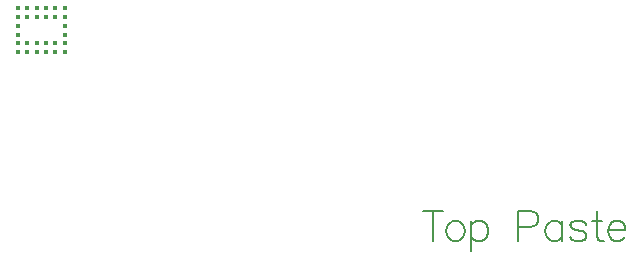
<source format=gtp>
%FSLAX23Y23*%
%MOIN*%
G70*
G01*
G75*
G04 Layer_Color=8421504*
%ADD10C,0.016*%
%ADD11C,0.010*%
%ADD12C,0.020*%
%ADD13C,0.018*%
%ADD14C,0.015*%
%ADD15C,0.100*%
%ADD16C,0.145*%
%ADD17C,0.050*%
%ADD18C,0.070*%
%ADD19C,0.060*%
%ADD20O,0.060X0.061*%
%ADD21C,0.059*%
%ADD22C,0.059*%
%ADD23R,0.059X0.059*%
%ADD24C,0.025*%
%ADD25R,0.051X0.059*%
%ADD26R,0.058X0.039*%
%ADD27R,0.022X0.057*%
%ADD28R,0.022X0.057*%
%ADD29R,0.039X0.058*%
%ADD30R,0.035X0.037*%
%ADD31R,0.035X0.037*%
%ADD32C,0.020*%
%ADD33C,0.025*%
%ADD34C,0.004*%
%ADD35C,0.006*%
%ADD36C,0.005*%
%ADD37C,0.004*%
%ADD38C,0.010*%
%ADD39C,0.008*%
%ADD40C,0.008*%
%ADD41R,0.420X0.140*%
%ADD42R,0.250X0.130*%
%ADD43R,0.170X0.050*%
%ADD44R,0.080X0.080*%
%ADD45R,0.021X0.068*%
D10*
X925Y679D02*
D03*
X956D02*
D03*
X988D02*
D03*
X1019D02*
D03*
X1051D02*
D03*
X1082Y709D02*
D03*
X1051D02*
D03*
X988D02*
D03*
X956D02*
D03*
X925D02*
D03*
X1082Y738D02*
D03*
X925D02*
D03*
X1082Y768D02*
D03*
X925D02*
D03*
X1082Y797D02*
D03*
X1051D02*
D03*
X1019D02*
D03*
X988D02*
D03*
X956D02*
D03*
X925D02*
D03*
X1082Y827D02*
D03*
X1051D02*
D03*
X1019D02*
D03*
X988D02*
D03*
X956D02*
D03*
X925D02*
D03*
X1082Y679D02*
D03*
X1019Y709D02*
D03*
D35*
X2308Y150D02*
Y50D01*
X2275Y150D02*
X2342D01*
X2377Y117D02*
X2368Y112D01*
X2358Y102D01*
X2354Y88D01*
Y79D01*
X2358Y64D01*
X2368Y55D01*
X2377Y50D01*
X2392D01*
X2401Y55D01*
X2411Y64D01*
X2415Y79D01*
Y88D01*
X2411Y102D01*
X2401Y112D01*
X2392Y117D01*
X2377D01*
X2437D02*
Y17D01*
Y102D02*
X2447Y112D01*
X2456Y117D01*
X2471D01*
X2480Y112D01*
X2490Y102D01*
X2494Y88D01*
Y79D01*
X2490Y64D01*
X2480Y55D01*
X2471Y50D01*
X2456D01*
X2447Y55D01*
X2437Y64D01*
X2594Y98D02*
X2637D01*
X2652Y102D01*
X2656Y107D01*
X2661Y117D01*
Y131D01*
X2656Y140D01*
X2652Y145D01*
X2637Y150D01*
X2594D01*
Y50D01*
X2741Y117D02*
Y50D01*
Y102D02*
X2731Y112D01*
X2722Y117D01*
X2707D01*
X2698Y112D01*
X2688Y102D01*
X2683Y88D01*
Y79D01*
X2688Y64D01*
X2698Y55D01*
X2707Y50D01*
X2722D01*
X2731Y55D01*
X2741Y64D01*
X2820Y102D02*
X2815Y112D01*
X2801Y117D01*
X2786D01*
X2772Y112D01*
X2767Y102D01*
X2772Y93D01*
X2782Y88D01*
X2805Y83D01*
X2815Y79D01*
X2820Y69D01*
Y64D01*
X2815Y55D01*
X2801Y50D01*
X2786D01*
X2772Y55D01*
X2767Y64D01*
X2855Y150D02*
Y69D01*
X2860Y55D01*
X2869Y50D01*
X2879D01*
X2841Y117D02*
X2874D01*
X2893Y88D02*
X2950D01*
Y98D01*
X2945Y107D01*
X2941Y112D01*
X2931Y117D01*
X2917D01*
X2907Y112D01*
X2898Y102D01*
X2893Y88D01*
Y79D01*
X2898Y64D01*
X2907Y55D01*
X2917Y50D01*
X2931D01*
X2941Y55D01*
X2950Y64D01*
M02*

</source>
